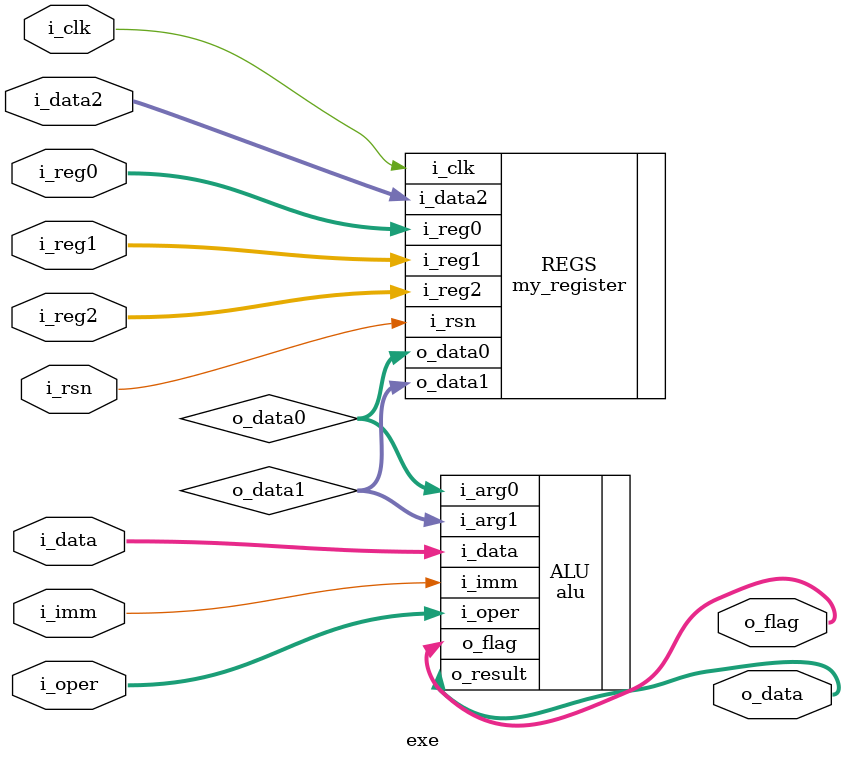
<source format=v>
module exe(i_oper, i_reg0, i_reg1, i_reg2,
           i_data2, i_data, i_imm,
           i_clk, i_rsn,
           o_flag, o_data);

    input wire [2:0] i_oper;
    input wire [3:0] i_reg0;
    input wire [3:0] i_reg1;
    input wire [3:0] i_reg2;
    input wire signed [9:0] i_data2;
    input wire signed [9:0] i_data;
    input wire i_imm;
    input wire i_clk;
    input wire i_rsn;
    output wire [3:0] o_flag;
    output wire signed [9:0] o_data;

    wire signed [9:0] o_data0;
    wire signed [9:0] o_data1;

    alu ALU(.i_data(i_data), .i_arg0(o_data0), .i_arg1(o_data1),
            .i_oper(i_oper), .i_imm(i_imm),
            .o_result(o_data), .o_flag(o_flag));
    
    my_register REGS(.i_reg0(i_reg0), .i_reg1(i_reg1), .i_reg2(i_reg2),
                     .o_data0(o_data0), .o_data1(o_data1), .i_data2(i_data2),
                     .i_clk(i_clk), .i_rsn(i_rsn));

endmodule
</source>
